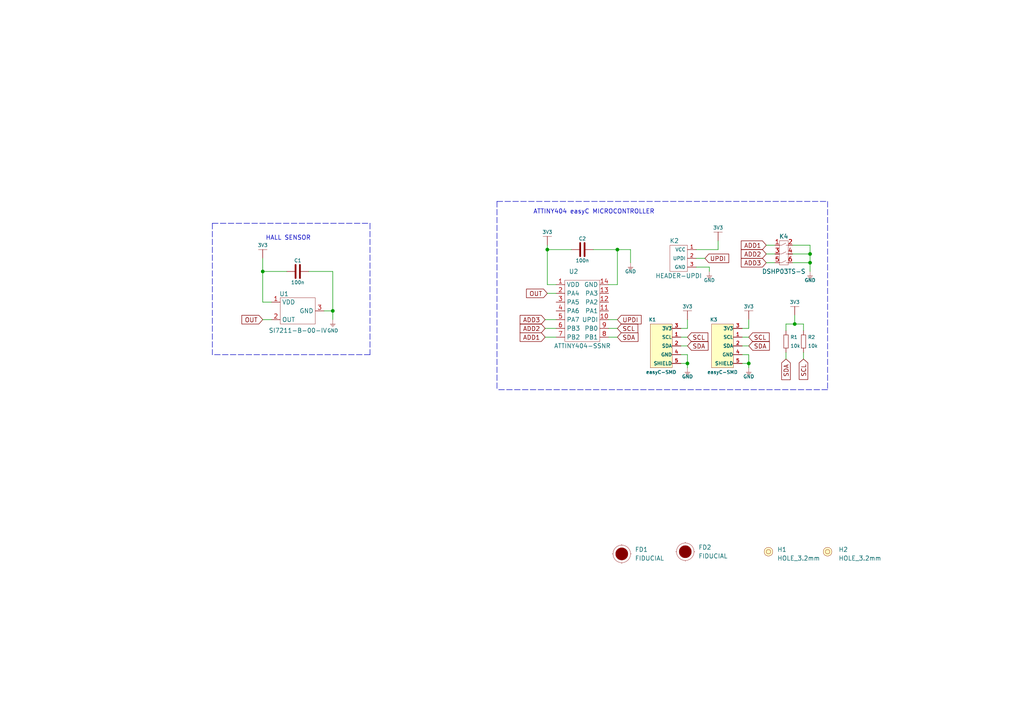
<source format=kicad_sch>
(kicad_sch (version 20211123) (generator eeschema)

  (uuid e327b338-5265-4d09-a850-0d5ed05f8c67)

  (paper "A4")

  (title_block
    (title "Hall efffect sensor analog easyC")
    (date "2021-09-01")
    (rev "V1.1.1.")
    (company "SOLDERED")
    (comment 1 "333082")
  )

  (lib_symbols
    (symbol "e-radionica.com schematics:0603C" (pin_numbers hide) (pin_names (offset 0.002)) (in_bom yes) (on_board yes)
      (property "Reference" "C" (id 0) (at -0.635 3.175 0)
        (effects (font (size 1 1)))
      )
      (property "Value" "0603C" (id 1) (at 0 -3.175 0)
        (effects (font (size 1 1)))
      )
      (property "Footprint" "e-radionica.com footprinti:0603C" (id 2) (at 0 0 0)
        (effects (font (size 1 1)) hide)
      )
      (property "Datasheet" "" (id 3) (at 0 0 0)
        (effects (font (size 1 1)) hide)
      )
      (symbol "0603C_0_1"
        (polyline
          (pts
            (xy -0.635 1.905)
            (xy -0.635 -1.905)
          )
          (stroke (width 0.5) (type default) (color 0 0 0 0))
          (fill (type none))
        )
        (polyline
          (pts
            (xy 0.635 1.905)
            (xy 0.635 -1.905)
          )
          (stroke (width 0.5) (type default) (color 0 0 0 0))
          (fill (type none))
        )
      )
      (symbol "0603C_1_1"
        (pin passive line (at -3.175 0 0) (length 2.54)
          (name "~" (effects (font (size 1.27 1.27))))
          (number "1" (effects (font (size 1.27 1.27))))
        )
        (pin passive line (at 3.175 0 180) (length 2.54)
          (name "~" (effects (font (size 1.27 1.27))))
          (number "2" (effects (font (size 1.27 1.27))))
        )
      )
    )
    (symbol "e-radionica.com schematics:0603R" (pin_numbers hide) (pin_names (offset 0.254)) (in_bom yes) (on_board yes)
      (property "Reference" "R" (id 0) (at -1.905 1.905 0)
        (effects (font (size 1 1)))
      )
      (property "Value" "0603R" (id 1) (at 0 -1.905 0)
        (effects (font (size 1 1)))
      )
      (property "Footprint" "e-radionica.com footprinti:0603R" (id 2) (at -0.635 1.905 0)
        (effects (font (size 1 1)) hide)
      )
      (property "Datasheet" "" (id 3) (at -0.635 1.905 0)
        (effects (font (size 1 1)) hide)
      )
      (symbol "0603R_0_1"
        (rectangle (start -1.905 -0.635) (end 1.905 -0.6604)
          (stroke (width 0.1) (type default) (color 0 0 0 0))
          (fill (type none))
        )
        (rectangle (start -1.905 0.635) (end -1.8796 -0.635)
          (stroke (width 0.1) (type default) (color 0 0 0 0))
          (fill (type none))
        )
        (rectangle (start -1.905 0.635) (end 1.905 0.6096)
          (stroke (width 0.1) (type default) (color 0 0 0 0))
          (fill (type none))
        )
        (rectangle (start 1.905 0.635) (end 1.9304 -0.635)
          (stroke (width 0.1) (type default) (color 0 0 0 0))
          (fill (type none))
        )
      )
      (symbol "0603R_1_1"
        (pin passive line (at -3.175 0 0) (length 1.27)
          (name "~" (effects (font (size 1.27 1.27))))
          (number "1" (effects (font (size 1.27 1.27))))
        )
        (pin passive line (at 3.175 0 180) (length 1.27)
          (name "~" (effects (font (size 1.27 1.27))))
          (number "2" (effects (font (size 1.27 1.27))))
        )
      )
    )
    (symbol "e-radionica.com schematics:3V3" (power) (pin_names (offset 0)) (in_bom yes) (on_board yes)
      (property "Reference" "#PWR" (id 0) (at 4.445 0 0)
        (effects (font (size 1 1)) hide)
      )
      (property "Value" "3V3" (id 1) (at 0 3.556 0)
        (effects (font (size 1 1)))
      )
      (property "Footprint" "" (id 2) (at 4.445 3.81 0)
        (effects (font (size 1 1)) hide)
      )
      (property "Datasheet" "" (id 3) (at 4.445 3.81 0)
        (effects (font (size 1 1)) hide)
      )
      (property "ki_keywords" "power-flag" (id 4) (at 0 0 0)
        (effects (font (size 1.27 1.27)) hide)
      )
      (property "ki_description" "Power symbol creates a global label with name \"+3V3\"" (id 5) (at 0 0 0)
        (effects (font (size 1.27 1.27)) hide)
      )
      (symbol "3V3_0_1"
        (polyline
          (pts
            (xy -1.27 2.54)
            (xy 1.27 2.54)
          )
          (stroke (width 0.0006) (type default) (color 0 0 0 0))
          (fill (type none))
        )
        (polyline
          (pts
            (xy 0 0)
            (xy 0 2.54)
          )
          (stroke (width 0) (type default) (color 0 0 0 0))
          (fill (type none))
        )
      )
      (symbol "3V3_1_1"
        (pin power_in line (at 0 0 90) (length 0) hide
          (name "3V3" (effects (font (size 1.27 1.27))))
          (number "1" (effects (font (size 1.27 1.27))))
        )
      )
    )
    (symbol "e-radionica.com schematics:ATTINY404-SSNR" (in_bom yes) (on_board yes)
      (property "Reference" "U" (id 0) (at -5.08 10.16 0)
        (effects (font (size 1.27 1.27)))
      )
      (property "Value" "ATTINY404-SSNR" (id 1) (at 0 -10.16 0)
        (effects (font (size 1.27 1.27)))
      )
      (property "Footprint" "e-radionica.com footprinti:SOIC-14" (id 2) (at 0 -11.43 0)
        (effects (font (size 1.27 1.27)) hide)
      )
      (property "Datasheet" "" (id 3) (at 0 -2.54 0)
        (effects (font (size 1.27 1.27)) hide)
      )
      (symbol "ATTINY404-SSNR_0_1"
        (rectangle (start -5.08 8.89) (end 5.08 -8.89)
          (stroke (width 0.0006) (type default) (color 0 0 0 0))
          (fill (type none))
        )
      )
      (symbol "ATTINY404-SSNR_1_1"
        (pin power_in line (at -7.62 7.62 0) (length 2.54)
          (name "VDD" (effects (font (size 1.27 1.27))))
          (number "1" (effects (font (size 1.27 1.27))))
        )
        (pin bidirectional line (at 7.62 -2.54 180) (length 2.54)
          (name "UPDI" (effects (font (size 1.27 1.27))))
          (number "10" (effects (font (size 1.27 1.27))))
        )
        (pin bidirectional line (at 7.62 0 180) (length 2.54)
          (name "PA1" (effects (font (size 1.27 1.27))))
          (number "11" (effects (font (size 1.27 1.27))))
        )
        (pin bidirectional line (at 7.62 2.54 180) (length 2.54)
          (name "PA2" (effects (font (size 1.27 1.27))))
          (number "12" (effects (font (size 1.27 1.27))))
        )
        (pin bidirectional line (at 7.62 5.08 180) (length 2.54)
          (name "PA3" (effects (font (size 1.27 1.27))))
          (number "13" (effects (font (size 1.27 1.27))))
        )
        (pin power_in line (at 7.62 7.62 180) (length 2.54)
          (name "GND" (effects (font (size 1.27 1.27))))
          (number "14" (effects (font (size 1.27 1.27))))
        )
        (pin bidirectional line (at -7.62 5.08 0) (length 2.54)
          (name "PA4" (effects (font (size 1.27 1.27))))
          (number "2" (effects (font (size 1.27 1.27))))
        )
        (pin bidirectional line (at -7.62 2.54 0) (length 2.54)
          (name "PA5" (effects (font (size 1.27 1.27))))
          (number "3" (effects (font (size 1.27 1.27))))
        )
        (pin bidirectional line (at -7.62 0 0) (length 2.54)
          (name "PA6" (effects (font (size 1.27 1.27))))
          (number "4" (effects (font (size 1.27 1.27))))
        )
        (pin bidirectional line (at -7.62 -2.54 0) (length 2.54)
          (name "PA7" (effects (font (size 1.27 1.27))))
          (number "5" (effects (font (size 1.27 1.27))))
        )
        (pin bidirectional line (at -7.62 -5.08 0) (length 2.54)
          (name "PB3" (effects (font (size 1.27 1.27))))
          (number "6" (effects (font (size 1.27 1.27))))
        )
        (pin bidirectional line (at -7.62 -7.62 0) (length 2.54)
          (name "PB2" (effects (font (size 1.27 1.27))))
          (number "7" (effects (font (size 1.27 1.27))))
        )
        (pin bidirectional line (at 7.62 -7.62 180) (length 2.54)
          (name "PB1" (effects (font (size 1.27 1.27))))
          (number "8" (effects (font (size 1.27 1.27))))
        )
        (pin bidirectional line (at 7.62 -5.08 180) (length 2.54)
          (name "PB0" (effects (font (size 1.27 1.27))))
          (number "9" (effects (font (size 1.27 1.27))))
        )
      )
    )
    (symbol "e-radionica.com schematics:DSHP03TS-S" (in_bom yes) (on_board yes)
      (property "Reference" "K" (id 0) (at 0 5.08 0)
        (effects (font (size 1.27 1.27)))
      )
      (property "Value" "DSHP03TS-S" (id 1) (at 0 -5.08 0)
        (effects (font (size 1.27 1.27)))
      )
      (property "Footprint" "e-radionica.com footprinti:DSHP03TS-S" (id 2) (at -1.27 -7.62 0)
        (effects (font (size 1.27 1.27)) hide)
      )
      (property "Datasheet" "" (id 3) (at 0 0 0)
        (effects (font (size 1.27 1.27)) hide)
      )
      (property "ki_keywords" "DIP SW SWITCH " (id 4) (at 0 0 0)
        (effects (font (size 1.27 1.27)) hide)
      )
      (symbol "DSHP03TS-S_0_1"
        (rectangle (start -1.27 3.81) (end 1.27 -3.175)
          (stroke (width 0.0006) (type default) (color 0 0 0 0))
          (fill (type none))
        )
        (polyline
          (pts
            (xy 1.27 -2.54)
            (xy 0.635 -2.54)
          )
          (stroke (width 0.0006) (type default) (color 0 0 0 0))
          (fill (type none))
        )
        (polyline
          (pts
            (xy 1.27 0)
            (xy 0.635 0)
          )
          (stroke (width 0.0006) (type default) (color 0 0 0 0))
          (fill (type none))
        )
        (polyline
          (pts
            (xy 1.27 2.54)
            (xy 0.635 2.54)
          )
          (stroke (width 0.0006) (type default) (color 0 0 0 0))
          (fill (type none))
        )
        (polyline
          (pts
            (xy -1.27 -2.54)
            (xy -0.635 -2.54)
            (xy 0.635 -1.905)
          )
          (stroke (width 0.0006) (type default) (color 0 0 0 0))
          (fill (type none))
        )
        (polyline
          (pts
            (xy -1.27 0)
            (xy -0.635 0)
            (xy 0.635 0.635)
          )
          (stroke (width 0.0006) (type default) (color 0 0 0 0))
          (fill (type none))
        )
        (polyline
          (pts
            (xy -1.27 2.54)
            (xy -0.635 2.54)
            (xy 0.635 3.175)
          )
          (stroke (width 0.0006) (type default) (color 0 0 0 0))
          (fill (type none))
        )
      )
      (symbol "DSHP03TS-S_1_1"
        (pin bidirectional line (at -2.54 2.54 0) (length 1.27)
          (name "~" (effects (font (size 1.27 1.27))))
          (number "1" (effects (font (size 1.27 1.27))))
        )
        (pin bidirectional line (at 2.54 2.54 180) (length 1.27)
          (name "~" (effects (font (size 1.27 1.27))))
          (number "2" (effects (font (size 1.27 1.27))))
        )
        (pin bidirectional line (at -2.54 0 0) (length 1.27)
          (name "~" (effects (font (size 1.27 1.27))))
          (number "3" (effects (font (size 1.27 1.27))))
        )
        (pin bidirectional line (at 2.54 0 180) (length 1.27)
          (name "~" (effects (font (size 1.27 1.27))))
          (number "4" (effects (font (size 1.27 1.27))))
        )
        (pin bidirectional line (at -2.54 -2.54 0) (length 1.27)
          (name "~" (effects (font (size 1.27 1.27))))
          (number "5" (effects (font (size 1.27 1.27))))
        )
        (pin bidirectional line (at 2.54 -2.54 180) (length 1.27)
          (name "~" (effects (font (size 1.27 1.27))))
          (number "6" (effects (font (size 1.27 1.27))))
        )
      )
    )
    (symbol "e-radionica.com schematics:FIDUCIAL" (in_bom yes) (on_board yes)
      (property "Reference" "FD" (id 0) (at 0 3.81 0)
        (effects (font (size 1.27 1.27)))
      )
      (property "Value" "FIDUCIAL" (id 1) (at 0 -3.81 0)
        (effects (font (size 1.27 1.27)))
      )
      (property "Footprint" "e-radionica.com footprinti:FIDUCIAL_23" (id 2) (at 0.254 -5.334 0)
        (effects (font (size 1.27 1.27)) hide)
      )
      (property "Datasheet" "" (id 3) (at 0 0 0)
        (effects (font (size 1.27 1.27)) hide)
      )
      (symbol "FIDUCIAL_0_1"
        (polyline
          (pts
            (xy -2.54 0)
            (xy -2.794 0)
          )
          (stroke (width 0.0006) (type default) (color 0 0 0 0))
          (fill (type none))
        )
        (polyline
          (pts
            (xy 0 -2.54)
            (xy 0 -2.794)
          )
          (stroke (width 0.0006) (type default) (color 0 0 0 0))
          (fill (type none))
        )
        (polyline
          (pts
            (xy 0 2.54)
            (xy 0 2.794)
          )
          (stroke (width 0.0006) (type default) (color 0 0 0 0))
          (fill (type none))
        )
        (polyline
          (pts
            (xy 2.54 0)
            (xy 2.794 0)
          )
          (stroke (width 0.0006) (type default) (color 0 0 0 0))
          (fill (type none))
        )
        (circle (center 0 0) (radius 1.7961)
          (stroke (width 0.001) (type default) (color 0 0 0 0))
          (fill (type outline))
        )
        (circle (center 0 0) (radius 2.54)
          (stroke (width 0.0006) (type default) (color 0 0 0 0))
          (fill (type none))
        )
      )
    )
    (symbol "e-radionica.com schematics:GND" (power) (pin_names (offset 0)) (in_bom yes) (on_board yes)
      (property "Reference" "#PWR" (id 0) (at 4.445 0 0)
        (effects (font (size 1 1)) hide)
      )
      (property "Value" "GND" (id 1) (at 0 -2.921 0)
        (effects (font (size 1 1)))
      )
      (property "Footprint" "" (id 2) (at 4.445 3.81 0)
        (effects (font (size 1 1)) hide)
      )
      (property "Datasheet" "" (id 3) (at 4.445 3.81 0)
        (effects (font (size 1 1)) hide)
      )
      (property "ki_keywords" "power-flag" (id 4) (at 0 0 0)
        (effects (font (size 1.27 1.27)) hide)
      )
      (property "ki_description" "Power symbol creates a global label with name \"+3V3\"" (id 5) (at 0 0 0)
        (effects (font (size 1.27 1.27)) hide)
      )
      (symbol "GND_0_1"
        (polyline
          (pts
            (xy -0.762 -1.27)
            (xy 0.762 -1.27)
          )
          (stroke (width 0.0006) (type default) (color 0 0 0 0))
          (fill (type none))
        )
        (polyline
          (pts
            (xy -0.635 -1.524)
            (xy 0.635 -1.524)
          )
          (stroke (width 0.0006) (type default) (color 0 0 0 0))
          (fill (type none))
        )
        (polyline
          (pts
            (xy -0.381 -1.778)
            (xy 0.381 -1.778)
          )
          (stroke (width 0.0006) (type default) (color 0 0 0 0))
          (fill (type none))
        )
        (polyline
          (pts
            (xy -0.127 -2.032)
            (xy 0.127 -2.032)
          )
          (stroke (width 0.0006) (type default) (color 0 0 0 0))
          (fill (type none))
        )
        (polyline
          (pts
            (xy 0 0)
            (xy 0 -1.27)
          )
          (stroke (width 0.0006) (type default) (color 0 0 0 0))
          (fill (type none))
        )
      )
      (symbol "GND_1_1"
        (pin power_in line (at 0 0 270) (length 0) hide
          (name "GND" (effects (font (size 1.27 1.27))))
          (number "1" (effects (font (size 1.27 1.27))))
        )
      )
    )
    (symbol "e-radionica.com schematics:HEADER-UPDI" (in_bom yes) (on_board yes)
      (property "Reference" "K" (id 0) (at -1.27 5.08 0)
        (effects (font (size 1.27 1.27)))
      )
      (property "Value" "HEADER-UPDI" (id 1) (at 0 -5.08 0)
        (effects (font (size 1.27 1.27)))
      )
      (property "Footprint" "e-radionica.com footprinti:HEADER-UPDI" (id 2) (at 2.54 -7.62 0)
        (effects (font (size 1.27 1.27)) hide)
      )
      (property "Datasheet" "" (id 3) (at 2.54 0 0)
        (effects (font (size 1.27 1.27)) hide)
      )
      (symbol "HEADER-UPDI_0_1"
        (rectangle (start -2.54 3.81) (end 2.54 -3.81)
          (stroke (width 0.0006) (type default) (color 0 0 0 0))
          (fill (type none))
        )
      )
      (symbol "HEADER-UPDI_1_1"
        (pin power_in line (at 5.08 2.54 180) (length 2.54)
          (name "VCC" (effects (font (size 1 1))))
          (number "1" (effects (font (size 1 1))))
        )
        (pin bidirectional line (at 5.08 0 180) (length 2.54)
          (name "UPDI" (effects (font (size 1 1))))
          (number "2" (effects (font (size 1 1))))
        )
        (pin power_in line (at 5.08 -2.54 180) (length 2.54)
          (name "GND" (effects (font (size 1 1))))
          (number "3" (effects (font (size 1 1))))
        )
      )
    )
    (symbol "e-radionica.com schematics:HOLE_3.2mm" (pin_numbers hide) (pin_names hide) (in_bom yes) (on_board yes)
      (property "Reference" "H" (id 0) (at 0 2.54 0)
        (effects (font (size 1.27 1.27)))
      )
      (property "Value" "HOLE_3.2mm" (id 1) (at 0 -2.54 0)
        (effects (font (size 1.27 1.27)))
      )
      (property "Footprint" "e-radionica.com footprinti:HOLE_3.2mm" (id 2) (at 0 0 0)
        (effects (font (size 1.27 1.27)) hide)
      )
      (property "Datasheet" "" (id 3) (at 0 0 0)
        (effects (font (size 1.27 1.27)) hide)
      )
      (symbol "HOLE_3.2mm_0_1"
        (circle (center 0 0) (radius 0.635)
          (stroke (width 0.0006) (type default) (color 0 0 0 0))
          (fill (type none))
        )
        (circle (center 0 0) (radius 1.27)
          (stroke (width 0.001) (type default) (color 0 0 0 0))
          (fill (type background))
        )
      )
    )
    (symbol "e-radionica.com schematics:SI7201-B-06-IV" (in_bom yes) (on_board yes)
      (property "Reference" "U" (id 0) (at -3.81 5.08 0)
        (effects (font (size 1.27 1.27)))
      )
      (property "Value" "SI7201-B-06-IV" (id 1) (at 0 -5.08 0)
        (effects (font (size 1.27 1.27)))
      )
      (property "Footprint" "e-radionica.com footprinti:SOT-23-3" (id 2) (at 0 -7.62 0)
        (effects (font (size 1.27 1.27)) hide)
      )
      (property "Datasheet" "" (id 3) (at 0 0 0)
        (effects (font (size 1.27 1.27)) hide)
      )
      (symbol "SI7201-B-06-IV_0_1"
        (rectangle (start -5.08 3.81) (end 5.08 -3.81)
          (stroke (width 0.0006) (type default) (color 0 0 0 0))
          (fill (type none))
        )
      )
      (symbol "SI7201-B-06-IV_1_1"
        (pin power_in line (at -7.62 2.54 0) (length 2.54)
          (name "VDD" (effects (font (size 1.27 1.27))))
          (number "1" (effects (font (size 1.27 1.27))))
        )
        (pin output line (at -7.62 -2.54 0) (length 2.54)
          (name "OUT" (effects (font (size 1.27 1.27))))
          (number "2" (effects (font (size 1.27 1.27))))
        )
        (pin power_in line (at 7.62 0 180) (length 2.54)
          (name "GND" (effects (font (size 1.27 1.27))))
          (number "3" (effects (font (size 1.27 1.27))))
        )
      )
    )
    (symbol "e-radionica.com schematics:easyC-SMD" (pin_names (offset 0.002)) (in_bom yes) (on_board yes)
      (property "Reference" "K" (id 0) (at -2.54 10.16 0)
        (effects (font (size 1 1)))
      )
      (property "Value" "easyC-SMD" (id 1) (at 0 -5.08 0)
        (effects (font (size 1 1)))
      )
      (property "Footprint" "e-radionica.com footprinti:easyC-connector" (id 2) (at 3.175 2.54 0)
        (effects (font (size 1 1)) hide)
      )
      (property "Datasheet" "" (id 3) (at 3.175 2.54 0)
        (effects (font (size 1 1)) hide)
      )
      (symbol "easyC-SMD_0_1"
        (rectangle (start -3.175 8.89) (end 3.175 -3.81)
          (stroke (width 0.001) (type default) (color 0 0 0 0))
          (fill (type background))
        )
      )
      (symbol "easyC-SMD_1_1"
        (pin passive line (at 5.715 5.08 180) (length 2.54)
          (name "SCL" (effects (font (size 1 1))))
          (number "1" (effects (font (size 1 1))))
        )
        (pin passive line (at 5.715 2.54 180) (length 2.54)
          (name "SDA" (effects (font (size 1 1))))
          (number "2" (effects (font (size 1 1))))
        )
        (pin passive line (at 5.715 7.62 180) (length 2.54)
          (name "3V3" (effects (font (size 1 1))))
          (number "3" (effects (font (size 1 1))))
        )
        (pin passive line (at 5.715 0 180) (length 2.54)
          (name "GND" (effects (font (size 1 1))))
          (number "4" (effects (font (size 1 1))))
        )
        (pin passive line (at 5.715 -2.54 180) (length 2.54)
          (name "SHIELD" (effects (font (size 1 1))))
          (number "5" (effects (font (size 1 1))))
        )
      )
    )
  )

  (junction (at 199.39 105.41) (diameter 0.9144) (color 0 0 0 0)
    (uuid 1e8701fc-ad24-40ea-846a-e3db538d6077)
  )
  (junction (at 179.07 72.39) (diameter 0.9144) (color 0 0 0 0)
    (uuid 25d545dc-8f50-4573-922c-35ef5a2a3a19)
  )
  (junction (at 234.95 76.2) (diameter 0.9144) (color 0 0 0 0)
    (uuid 40976bf0-19de-460f-ad64-224d4f51e16b)
  )
  (junction (at 234.95 73.66) (diameter 0.9144) (color 0 0 0 0)
    (uuid 8c514922-ffe1-4e37-a260-e807409f2e0d)
  )
  (junction (at 76.2 78.74) (diameter 0.9144) (color 0 0 0 0)
    (uuid aca4de92-9c41-4c2b-9afa-540d02dafa1c)
  )
  (junction (at 230.505 93.98) (diameter 0.9144) (color 0 0 0 0)
    (uuid c25a772d-af9c-4ebc-96f6-0966738c13a8)
  )
  (junction (at 96.52 90.17) (diameter 0.9144) (color 0 0 0 0)
    (uuid c43663ee-9a0d-4f27-a292-89ba89964065)
  )
  (junction (at 158.75 72.39) (diameter 0.9144) (color 0 0 0 0)
    (uuid c830e3bc-dc64-4f65-8f47-3b106bae2807)
  )
  (junction (at 217.17 105.41) (diameter 0.9144) (color 0 0 0 0)
    (uuid d5641ac9-9be7-46bf-90b3-6c83d852b5ba)
  )

  (polyline (pts (xy 240.03 58.42) (xy 240.03 113.03))
    (stroke (width 0) (type dash) (color 0 0 0 0))
    (uuid 023c4b84-d396-45e9-9a87-56c8eef38fb1)
  )

  (wire (pts (xy 229.87 73.66) (xy 234.95 73.66))
    (stroke (width 0) (type solid) (color 0 0 0 0))
    (uuid 08bb12ef-391e-42fc-aa38-653f2f72f4af)
  )
  (wire (pts (xy 229.87 71.12) (xy 234.95 71.12))
    (stroke (width 0) (type solid) (color 0 0 0 0))
    (uuid 0c75d785-d4cb-4339-be41-818a12eed565)
  )
  (wire (pts (xy 197.485 95.25) (xy 199.39 95.25))
    (stroke (width 0) (type solid) (color 0 0 0 0))
    (uuid 0e06e9d7-c6d7-4d37-9366-998ecfaf96bb)
  )
  (wire (pts (xy 197.485 100.33) (xy 199.39 100.33))
    (stroke (width 0) (type solid) (color 0 0 0 0))
    (uuid 12101f7b-a670-446e-808d-a6b6ad30b51e)
  )
  (wire (pts (xy 199.39 95.25) (xy 199.39 92.71))
    (stroke (width 0) (type solid) (color 0 0 0 0))
    (uuid 12a4b794-91d9-45d6-9c6c-45970ab34653)
  )
  (wire (pts (xy 165.735 72.39) (xy 158.75 72.39))
    (stroke (width 0) (type solid) (color 0 0 0 0))
    (uuid 144406ff-481e-4305-81eb-112f2910ea82)
  )
  (wire (pts (xy 205.74 77.47) (xy 205.74 78.74))
    (stroke (width 0) (type solid) (color 0 0 0 0))
    (uuid 15b6407c-845c-40ca-beda-defe98cc4527)
  )
  (wire (pts (xy 93.98 90.17) (xy 96.52 90.17))
    (stroke (width 0) (type solid) (color 0 0 0 0))
    (uuid 1a4a9cfa-826b-4905-bcc8-1cd77e7b7b37)
  )
  (wire (pts (xy 76.2 87.63) (xy 78.74 87.63))
    (stroke (width 0) (type solid) (color 0 0 0 0))
    (uuid 1a4ce181-3b83-4d81-8fa7-08d19c1dab6d)
  )
  (wire (pts (xy 76.2 74.93) (xy 76.2 78.74))
    (stroke (width 0) (type solid) (color 0 0 0 0))
    (uuid 1a7f67b9-4fa4-426f-9daa-2ac6e3c08597)
  )
  (wire (pts (xy 227.965 93.98) (xy 230.505 93.98))
    (stroke (width 0) (type solid) (color 0 0 0 0))
    (uuid 1ac3034e-d864-4cd4-840c-37183de7a51a)
  )
  (wire (pts (xy 76.2 78.74) (xy 76.2 87.63))
    (stroke (width 0) (type solid) (color 0 0 0 0))
    (uuid 1c8e1f01-19b8-4776-9daa-170afe3aad74)
  )
  (wire (pts (xy 197.485 105.41) (xy 199.39 105.41))
    (stroke (width 0) (type solid) (color 0 0 0 0))
    (uuid 249bf6f0-4abe-4244-8e91-53fb99578997)
  )
  (wire (pts (xy 158.75 82.55) (xy 158.75 72.39))
    (stroke (width 0) (type solid) (color 0 0 0 0))
    (uuid 268b88b3-1e67-478a-ae92-146b2db56c01)
  )
  (wire (pts (xy 96.52 90.17) (xy 96.52 92.71))
    (stroke (width 0) (type solid) (color 0 0 0 0))
    (uuid 27657981-07a4-4015-9b45-8cfe244ba329)
  )
  (wire (pts (xy 161.29 82.55) (xy 158.75 82.55))
    (stroke (width 0) (type solid) (color 0 0 0 0))
    (uuid 2c1aebe3-119d-4de8-82f6-e038a5a2726b)
  )
  (wire (pts (xy 229.87 76.2) (xy 234.95 76.2))
    (stroke (width 0) (type solid) (color 0 0 0 0))
    (uuid 31059583-e961-47cf-b51f-13dbad0391d5)
  )
  (wire (pts (xy 233.045 93.98) (xy 230.505 93.98))
    (stroke (width 0) (type solid) (color 0 0 0 0))
    (uuid 3915cac6-7715-419f-a062-6983bb44fc39)
  )
  (wire (pts (xy 217.17 102.87) (xy 217.17 105.41))
    (stroke (width 0) (type solid) (color 0 0 0 0))
    (uuid 3b2c1ef1-aa05-43da-9f20-faa92613f2e9)
  )
  (polyline (pts (xy 61.595 64.77) (xy 107.315 64.77))
    (stroke (width 0) (type dash) (color 0 0 0 0))
    (uuid 3b3b0bfc-b503-44a3-94b1-270b1888bc04)
  )

  (wire (pts (xy 215.265 95.25) (xy 217.17 95.25))
    (stroke (width 0) (type solid) (color 0 0 0 0))
    (uuid 3c878b90-378b-49b9-8e9d-3f9e598bfebd)
  )
  (wire (pts (xy 158.115 95.25) (xy 161.29 95.25))
    (stroke (width 0) (type solid) (color 0 0 0 0))
    (uuid 3d31ed68-56ab-4f51-a50b-f7b9561bfd9c)
  )
  (wire (pts (xy 76.2 92.71) (xy 78.74 92.71))
    (stroke (width 0) (type solid) (color 0 0 0 0))
    (uuid 4768edf6-521b-4e25-8f2f-675989069440)
  )
  (wire (pts (xy 89.535 78.74) (xy 96.52 78.74))
    (stroke (width 0) (type solid) (color 0 0 0 0))
    (uuid 52f679b5-23d9-41bc-84a8-bdc05430816b)
  )
  (wire (pts (xy 222.25 71.12) (xy 224.79 71.12))
    (stroke (width 0) (type solid) (color 0 0 0 0))
    (uuid 59904bb4-ec38-4d54-8f3b-99b467823271)
  )
  (polyline (pts (xy 240.03 113.03) (xy 144.145 113.03))
    (stroke (width 0) (type dash) (color 0 0 0 0))
    (uuid 5b5b09e3-2a8d-43b1-a0c4-400e589151cf)
  )

  (wire (pts (xy 215.265 102.87) (xy 217.17 102.87))
    (stroke (width 0) (type solid) (color 0 0 0 0))
    (uuid 5d7f6844-a02a-49ac-b8a0-d1f3f3fcc04e)
  )
  (polyline (pts (xy 144.145 58.42) (xy 240.03 58.42))
    (stroke (width 0) (type dash) (color 0 0 0 0))
    (uuid 5ff5d7dc-2c81-492b-a053-e94d1b48808e)
  )

  (wire (pts (xy 201.93 72.39) (xy 208.28 72.39))
    (stroke (width 0) (type solid) (color 0 0 0 0))
    (uuid 616260ba-ede9-4ceb-9963-884262be1d2c)
  )
  (wire (pts (xy 179.07 72.39) (xy 182.88 72.39))
    (stroke (width 0) (type solid) (color 0 0 0 0))
    (uuid 62df0470-441d-4e30-b5e0-5f52ea07096e)
  )
  (wire (pts (xy 217.17 105.41) (xy 217.17 106.68))
    (stroke (width 0) (type solid) (color 0 0 0 0))
    (uuid 64eab798-4db6-4f04-9c69-c02465f18d47)
  )
  (wire (pts (xy 197.485 102.87) (xy 199.39 102.87))
    (stroke (width 0) (type solid) (color 0 0 0 0))
    (uuid 68fd99c6-0d5a-445c-9ea6-518e4e3390df)
  )
  (wire (pts (xy 176.53 97.79) (xy 179.07 97.79))
    (stroke (width 0) (type solid) (color 0 0 0 0))
    (uuid 6badec8b-bbdf-4dc8-97ef-6ff0e1d52a4c)
  )
  (wire (pts (xy 227.965 102.235) (xy 227.965 104.14))
    (stroke (width 0) (type solid) (color 0 0 0 0))
    (uuid 70ad3f83-7372-4e5d-a1f2-d8ac38a43503)
  )
  (wire (pts (xy 96.52 78.74) (xy 96.52 90.17))
    (stroke (width 0) (type solid) (color 0 0 0 0))
    (uuid 78998b7b-f864-4b37-a538-9cbacf78077d)
  )
  (wire (pts (xy 234.95 76.2) (xy 234.95 78.74))
    (stroke (width 0) (type solid) (color 0 0 0 0))
    (uuid 78b29a62-d243-434c-9258-00bc6fdf6e0f)
  )
  (wire (pts (xy 172.085 72.39) (xy 179.07 72.39))
    (stroke (width 0) (type solid) (color 0 0 0 0))
    (uuid 799d3959-c5cf-42a9-aa8d-dbe0e7926763)
  )
  (wire (pts (xy 199.39 105.41) (xy 199.39 106.68))
    (stroke (width 0) (type solid) (color 0 0 0 0))
    (uuid 7ade7575-3b44-4ff3-b55d-743eceeca08b)
  )
  (wire (pts (xy 176.53 92.71) (xy 179.07 92.71))
    (stroke (width 0) (type solid) (color 0 0 0 0))
    (uuid 7c688fdc-174a-474b-9ccc-d5d65992a609)
  )
  (wire (pts (xy 179.07 72.39) (xy 179.07 82.55))
    (stroke (width 0) (type solid) (color 0 0 0 0))
    (uuid 7cad1e66-1d9d-4a11-945a-6ea6d2329156)
  )
  (polyline (pts (xy 107.315 64.77) (xy 107.315 102.87))
    (stroke (width 0) (type dash) (color 0 0 0 0))
    (uuid 7cbd7204-ff55-40cd-874b-961d393ecec2)
  )

  (wire (pts (xy 76.2 78.74) (xy 83.185 78.74))
    (stroke (width 0) (type solid) (color 0 0 0 0))
    (uuid 82a23b26-a270-47d5-87c8-fd37f91afe5d)
  )
  (polyline (pts (xy 61.595 64.77) (xy 61.595 102.87))
    (stroke (width 0) (type dash) (color 0 0 0 0))
    (uuid 917a686b-d1fe-4408-9c0b-fa3592ca873e)
  )

  (wire (pts (xy 234.95 71.12) (xy 234.95 73.66))
    (stroke (width 0) (type solid) (color 0 0 0 0))
    (uuid 95c58264-bee4-47d1-89f1-1bc06b3bf0d9)
  )
  (wire (pts (xy 227.965 95.885) (xy 227.965 93.98))
    (stroke (width 0) (type solid) (color 0 0 0 0))
    (uuid a4d354e7-355f-440e-9f77-19810b8a8703)
  )
  (wire (pts (xy 217.17 95.25) (xy 217.17 92.71))
    (stroke (width 0) (type solid) (color 0 0 0 0))
    (uuid ab2aef4e-221e-4d7b-b69a-f12708b649f8)
  )
  (wire (pts (xy 208.28 72.39) (xy 208.28 69.85))
    (stroke (width 0) (type solid) (color 0 0 0 0))
    (uuid ae6ec98c-88cb-4cf7-a54a-8770dcf587d9)
  )
  (wire (pts (xy 158.115 97.79) (xy 161.29 97.79))
    (stroke (width 0) (type solid) (color 0 0 0 0))
    (uuid af3cd21f-a9cd-4ea3-a951-5467f70c5741)
  )
  (polyline (pts (xy 107.315 102.87) (xy 61.595 102.87))
    (stroke (width 0) (type dash) (color 0 0 0 0))
    (uuid b069feb1-7fba-44ed-92a4-296d9cbb5344)
  )

  (wire (pts (xy 215.265 97.79) (xy 217.17 97.79))
    (stroke (width 0) (type solid) (color 0 0 0 0))
    (uuid b413a569-1cbb-4b71-bc1f-94cba4f9274d)
  )
  (wire (pts (xy 201.93 74.93) (xy 204.47 74.93))
    (stroke (width 0) (type solid) (color 0 0 0 0))
    (uuid b64fe833-a5e9-4652-bf8a-267fe874563e)
  )
  (wire (pts (xy 197.485 97.79) (xy 199.39 97.79))
    (stroke (width 0) (type solid) (color 0 0 0 0))
    (uuid bd1aac86-412a-4112-8683-75144f0899dc)
  )
  (wire (pts (xy 222.25 76.2) (xy 224.79 76.2))
    (stroke (width 0) (type solid) (color 0 0 0 0))
    (uuid c249ee5e-f9bd-47d7-99dc-450bf7b250ee)
  )
  (wire (pts (xy 215.265 105.41) (xy 217.17 105.41))
    (stroke (width 0) (type solid) (color 0 0 0 0))
    (uuid c6f3c1bd-3ed6-45ae-8c94-aae0e08e7116)
  )
  (wire (pts (xy 230.505 93.98) (xy 230.505 91.44))
    (stroke (width 0) (type solid) (color 0 0 0 0))
    (uuid c7f441fa-17f3-415b-9bec-eddd9f380a6a)
  )
  (wire (pts (xy 158.75 72.39) (xy 158.75 71.12))
    (stroke (width 0) (type solid) (color 0 0 0 0))
    (uuid ca49b7fc-f700-43a1-b839-e3e6f13f87d6)
  )
  (wire (pts (xy 182.88 72.39) (xy 182.88 76.2))
    (stroke (width 0) (type solid) (color 0 0 0 0))
    (uuid cda74dd8-6e85-4fda-ae18-a83536674f50)
  )
  (wire (pts (xy 222.25 73.66) (xy 224.79 73.66))
    (stroke (width 0) (type solid) (color 0 0 0 0))
    (uuid ce6ce318-7bfc-4883-b080-ab7ffaaba20d)
  )
  (wire (pts (xy 234.95 73.66) (xy 234.95 76.2))
    (stroke (width 0) (type solid) (color 0 0 0 0))
    (uuid ddab0b0f-54d8-455f-b991-c7c6ee20b648)
  )
  (wire (pts (xy 233.045 102.235) (xy 233.045 104.14))
    (stroke (width 0) (type solid) (color 0 0 0 0))
    (uuid e0c78633-7935-4ae3-89ad-23dc3c072709)
  )
  (wire (pts (xy 201.93 77.47) (xy 205.74 77.47))
    (stroke (width 0) (type solid) (color 0 0 0 0))
    (uuid e52bbffe-456b-45d3-abf5-08ba2b3ef4e8)
  )
  (wire (pts (xy 179.07 82.55) (xy 176.53 82.55))
    (stroke (width 0) (type solid) (color 0 0 0 0))
    (uuid e80b9aeb-5dd2-4abd-ac02-83dc77972377)
  )
  (wire (pts (xy 158.115 92.71) (xy 161.29 92.71))
    (stroke (width 0) (type solid) (color 0 0 0 0))
    (uuid eaff3c79-03dd-4c3a-aa64-0aa49d21d539)
  )
  (wire (pts (xy 215.265 100.33) (xy 217.17 100.33))
    (stroke (width 0) (type solid) (color 0 0 0 0))
    (uuid ec6625ed-36c7-44ff-b819-5b497fcb82ae)
  )
  (wire (pts (xy 176.53 95.25) (xy 179.07 95.25))
    (stroke (width 0) (type solid) (color 0 0 0 0))
    (uuid ed840fde-33a1-44f2-a1f0-e2b9e1cd03ad)
  )
  (wire (pts (xy 233.045 95.885) (xy 233.045 93.98))
    (stroke (width 0) (type solid) (color 0 0 0 0))
    (uuid ef5ae475-5493-428f-8e83-17f244319bf6)
  )
  (wire (pts (xy 199.39 102.87) (xy 199.39 105.41))
    (stroke (width 0) (type solid) (color 0 0 0 0))
    (uuid f67aa948-25ce-4d87-997d-f14cd6cba209)
  )
  (polyline (pts (xy 144.145 58.42) (xy 144.145 113.03))
    (stroke (width 0) (type dash) (color 0 0 0 0))
    (uuid f85a3056-fa91-41e9-b592-0aa2cb404e73)
  )

  (wire (pts (xy 158.75 85.09) (xy 161.29 85.09))
    (stroke (width 0) (type solid) (color 0 0 0 0))
    (uuid fa04a98d-a912-4165-a017-4d6e9d441d8d)
  )

  (text "HALL SENSOR" (at 90.17 69.85 180)
    (effects (font (size 1.27 1.27)) (justify right bottom))
    (uuid ae69e601-6350-4057-99d2-6a52dd246702)
  )
  (text "ATTINY404 easyC MICROCONTROLLER" (at 189.865 62.23 180)
    (effects (font (size 1.27 1.27)) (justify right bottom))
    (uuid ee4de9e6-55ae-47d8-91a8-a11ab578bae5)
  )

  (global_label "ADD1" (shape input) (at 222.25 71.12 180)
    (effects (font (size 1.27 1.27)) (justify right))
    (uuid 10b4230f-0d27-4bff-8de3-5944a225ef28)
    (property "Intersheet References" "${INTERSHEET_REFS}" (id 0) (at 213.4748 71.0406 0)
      (effects (font (size 1.27 1.27)) (justify right) hide)
    )
  )
  (global_label "SDA" (shape input) (at 227.965 104.14 270)
    (effects (font (size 1.27 1.27)) (justify right))
    (uuid 16156748-5c21-4955-8cdf-8f90762c3229)
    (property "Intersheet References" "${INTERSHEET_REFS}" (id 0) (at 227.8856 111.6452 90)
      (effects (font (size 1.27 1.27)) (justify right) hide)
    )
  )
  (global_label "SCL" (shape input) (at 179.07 95.25 0)
    (effects (font (size 1.27 1.27)) (justify left))
    (uuid 216367a4-c60c-4ade-8f2e-ffff76423674)
    (property "Intersheet References" "${INTERSHEET_REFS}" (id 0) (at 186.5147 95.1706 0)
      (effects (font (size 1.27 1.27)) (justify left) hide)
    )
  )
  (global_label "OUT" (shape input) (at 158.75 85.09 180)
    (effects (font (size 1.27 1.27)) (justify right))
    (uuid 3b76ee77-5f2d-4f16-93db-862f857454f5)
    (property "Intersheet References" "${INTERSHEET_REFS}" (id 0) (at 151.1843 85.0106 0)
      (effects (font (size 1.27 1.27)) (justify right) hide)
    )
  )
  (global_label "ADD1" (shape input) (at 158.115 97.79 180)
    (effects (font (size 1.27 1.27)) (justify right))
    (uuid 4f672dec-ed58-4987-b2af-77d00386a4c7)
    (property "Intersheet References" "${INTERSHEET_REFS}" (id 0) (at 149.3398 97.7106 0)
      (effects (font (size 1.27 1.27)) (justify right) hide)
    )
  )
  (global_label "ADD3" (shape input) (at 158.115 92.71 180)
    (effects (font (size 1.27 1.27)) (justify right))
    (uuid 50b9f34d-6b1b-4385-8a19-30fb4c091912)
    (property "Intersheet References" "${INTERSHEET_REFS}" (id 0) (at 149.3398 92.6306 0)
      (effects (font (size 1.27 1.27)) (justify right) hide)
    )
  )
  (global_label "ADD2" (shape input) (at 158.115 95.25 180)
    (effects (font (size 1.27 1.27)) (justify right))
    (uuid 53c1ada5-60b6-4c1e-8c92-8e193590c3e6)
    (property "Intersheet References" "${INTERSHEET_REFS}" (id 0) (at 149.3398 95.1706 0)
      (effects (font (size 1.27 1.27)) (justify right) hide)
    )
  )
  (global_label "SCL" (shape input) (at 199.39 97.79 0)
    (effects (font (size 1.27 1.27)) (justify left))
    (uuid 58f7c2ce-f0f1-4e91-b0d9-986073d0d9a7)
    (property "Intersheet References" "${INTERSHEET_REFS}" (id 0) (at 206.8347 97.7106 0)
      (effects (font (size 1.27 1.27)) (justify left) hide)
    )
  )
  (global_label "SDA" (shape input) (at 199.39 100.33 0)
    (effects (font (size 1.27 1.27)) (justify left))
    (uuid 87dce7ed-f233-49a9-92ec-d6c56b2fac80)
    (property "Intersheet References" "${INTERSHEET_REFS}" (id 0) (at 206.8952 100.2506 0)
      (effects (font (size 1.27 1.27)) (justify left) hide)
    )
  )
  (global_label "SCL" (shape input) (at 233.045 104.14 270)
    (effects (font (size 1.27 1.27)) (justify right))
    (uuid 8c98c751-eca6-49b1-be03-ce73e54b401f)
    (property "Intersheet References" "${INTERSHEET_REFS}" (id 0) (at 233.1244 111.5847 90)
      (effects (font (size 1.27 1.27)) (justify right) hide)
    )
  )
  (global_label "UPDI" (shape input) (at 179.07 92.71 0)
    (effects (font (size 1.27 1.27)) (justify left))
    (uuid 9ff22ee7-2ff4-4a78-9fe8-84674efd21f3)
    (property "Intersheet References" "${INTERSHEET_REFS}" (id 0) (at 187.4823 92.6306 0)
      (effects (font (size 1.27 1.27)) (justify left) hide)
    )
  )
  (global_label "SCL" (shape input) (at 217.17 97.79 0)
    (effects (font (size 1.27 1.27)) (justify left))
    (uuid b666cfc1-32f0-42ad-abd8-a3565397256b)
    (property "Intersheet References" "${INTERSHEET_REFS}" (id 0) (at 224.6147 97.7106 0)
      (effects (font (size 1.27 1.27)) (justify left) hide)
    )
  )
  (global_label "SDA" (shape input) (at 179.07 97.79 0)
    (effects (font (size 1.27 1.27)) (justify left))
    (uuid c45855e6-b418-4067-b523-64d40f398adc)
    (property "Intersheet References" "${INTERSHEET_REFS}" (id 0) (at 186.5752 97.8694 0)
      (effects (font (size 1.27 1.27)) (justify left) hide)
    )
  )
  (global_label "SDA" (shape input) (at 217.17 100.33 0)
    (effects (font (size 1.27 1.27)) (justify left))
    (uuid c7947db5-00ff-4f1c-b5bd-c86850ee065c)
    (property "Intersheet References" "${INTERSHEET_REFS}" (id 0) (at 224.6752 100.2506 0)
      (effects (font (size 1.27 1.27)) (justify left) hide)
    )
  )
  (global_label "ADD2" (shape input) (at 222.25 73.66 180)
    (effects (font (size 1.27 1.27)) (justify right))
    (uuid cd59b35c-0efb-41c6-95c8-a49718ba94c6)
    (property "Intersheet References" "${INTERSHEET_REFS}" (id 0) (at 213.4748 73.5806 0)
      (effects (font (size 1.27 1.27)) (justify right) hide)
    )
  )
  (global_label "OUT" (shape input) (at 76.2 92.71 180)
    (effects (font (size 1.27 1.27)) (justify right))
    (uuid da9cd49c-9dea-4305-ad40-20d35ac86c30)
    (property "Intersheet References" "${INTERSHEET_REFS}" (id 0) (at 68.6343 92.6306 0)
      (effects (font (size 1.27 1.27)) (justify right) hide)
    )
  )
  (global_label "ADD3" (shape input) (at 222.25 76.2 180)
    (effects (font (size 1.27 1.27)) (justify right))
    (uuid e6fc78c4-900d-4f3f-841b-fdc040af92bb)
    (property "Intersheet References" "${INTERSHEET_REFS}" (id 0) (at 213.4748 76.1206 0)
      (effects (font (size 1.27 1.27)) (justify right) hide)
    )
  )
  (global_label "UPDI" (shape input) (at 204.47 74.93 0)
    (effects (font (size 1.27 1.27)) (justify left))
    (uuid feb3ef34-045e-494b-81ab-057652f562df)
    (property "Intersheet References" "${INTERSHEET_REFS}" (id 0) (at 212.8823 74.8506 0)
      (effects (font (size 1.27 1.27)) (justify left) hide)
    )
  )

  (symbol (lib_id "e-radionica.com schematics:GND") (at 234.95 78.74 0) (unit 1)
    (in_bom yes) (on_board yes)
    (uuid 00dbd393-1815-4993-a51b-29c31c67dfe0)
    (property "Reference" "#PWR012" (id 0) (at 239.395 78.74 0)
      (effects (font (size 1 1)) hide)
    )
    (property "Value" "GND" (id 1) (at 234.95 81.28 0)
      (effects (font (size 1 1)))
    )
    (property "Footprint" "" (id 2) (at 239.395 74.93 0)
      (effects (font (size 1 1)) hide)
    )
    (property "Datasheet" "" (id 3) (at 239.395 74.93 0)
      (effects (font (size 1 1)) hide)
    )
    (pin "1" (uuid 2a6b0601-cc03-4ad2-b1c8-f6efd66fea71))
  )

  (symbol (lib_id "e-radionica.com schematics:0603C") (at 168.91 72.39 0) (unit 1)
    (in_bom yes) (on_board yes)
    (uuid 0c1ef147-1164-495d-9c49-3d6fbdb9fe05)
    (property "Reference" "C2" (id 0) (at 168.91 69.215 0)
      (effects (font (size 1 1)))
    )
    (property "Value" "100n" (id 1) (at 168.91 75.565 0)
      (effects (font (size 1 1)))
    )
    (property "Footprint" "e-radionica.com footprinti:0603C" (id 2) (at 168.91 72.39 0)
      (effects (font (size 1 1)) hide)
    )
    (property "Datasheet" "" (id 3) (at 168.91 72.39 0)
      (effects (font (size 1 1)) hide)
    )
    (pin "1" (uuid 08acf4e0-9151-4daa-843e-9f7d092f029f))
    (pin "2" (uuid 627c54b3-95e3-40ac-b6a6-a91766d9ef4f))
  )

  (symbol (lib_id "e-radionica.com schematics:GND") (at 96.52 92.71 0) (unit 1)
    (in_bom yes) (on_board yes)
    (uuid 0c3e6aa5-60e0-49aa-9cf7-ecaa773569a5)
    (property "Reference" "#PWR02" (id 0) (at 100.965 92.71 0)
      (effects (font (size 1 1)) hide)
    )
    (property "Value" "GND" (id 1) (at 96.52 95.885 0)
      (effects (font (size 1 1)))
    )
    (property "Footprint" "" (id 2) (at 100.965 88.9 0)
      (effects (font (size 1 1)) hide)
    )
    (property "Datasheet" "" (id 3) (at 100.965 88.9 0)
      (effects (font (size 1 1)) hide)
    )
    (pin "1" (uuid 4adeb464-f971-42a2-b25f-794ece033b2a))
  )

  (symbol (lib_id "e-radionica.com schematics:ATTINY404-SSNR") (at 168.91 90.17 0) (unit 1)
    (in_bom yes) (on_board yes)
    (uuid 0c8520d4-1d84-478c-b5ac-5367de36750c)
    (property "Reference" "U2" (id 0) (at 166.37 78.74 0))
    (property "Value" "ATTINY404-SSNR" (id 1) (at 168.91 100.33 0))
    (property "Footprint" "e-radionica.com footprinti:SOIC-14" (id 2) (at 168.91 101.6 0)
      (effects (font (size 1.27 1.27)) hide)
    )
    (property "Datasheet" "" (id 3) (at 168.91 92.71 0)
      (effects (font (size 1.27 1.27)) hide)
    )
    (pin "1" (uuid a974dc11-8585-4e8f-9d18-e9709a5597e8))
    (pin "10" (uuid 507759b4-dca0-4d7f-b8a2-103da32a13bd))
    (pin "11" (uuid 89143384-240e-47a3-9a11-24c9b0b71a23))
    (pin "12" (uuid 03825985-5c0a-4f40-b150-083f575568d4))
    (pin "13" (uuid af17a8d6-dc08-4978-a95e-15d876dd2663))
    (pin "14" (uuid ee790bfb-7347-4422-bac8-fe0f09f299d0))
    (pin "2" (uuid 50f713e6-e1f6-46ad-b21b-6ad9ad12407a))
    (pin "3" (uuid e453e7e8-4622-41cd-84d6-0b7340f5cd5e))
    (pin "4" (uuid 750a6484-b119-4732-abf5-41bc0e0a6f5f))
    (pin "5" (uuid c5991a98-de7b-489f-84a0-cc8877550f87))
    (pin "6" (uuid 271368c4-a7a9-4e81-b65c-fb1c9382fbc6))
    (pin "7" (uuid abd662ef-1595-46ad-b138-95e6ab8baed8))
    (pin "8" (uuid 9525d921-b67a-4e66-ab90-8e0e6df15a20))
    (pin "9" (uuid 51feacb1-e774-4212-9807-e40295eaf579))
  )

  (symbol (lib_id "e-radionica.com schematics:SI7201-B-06-IV") (at 86.36 90.17 0) (unit 1)
    (in_bom yes) (on_board yes)
    (uuid 1a22c2bb-1006-4a5b-bbf7-e0c0d478f7c4)
    (property "Reference" "U1" (id 0) (at 82.3976 85.2424 0))
    (property "Value" "SI7211-B-00-IV" (id 1) (at 86.4108 95.8596 0))
    (property "Footprint" "e-radionica.com footprinti:SOT-23-3" (id 2) (at 86.36 97.79 0)
      (effects (font (size 1.27 1.27)) hide)
    )
    (property "Datasheet" "" (id 3) (at 86.36 90.17 0)
      (effects (font (size 1.27 1.27)) hide)
    )
    (pin "1" (uuid aa374f7b-fa08-42ce-8f53-0940ff03042d))
    (pin "2" (uuid c73b064b-3900-4b7a-9e01-85cceda14fb3))
    (pin "3" (uuid 0857911e-fde5-4fbf-8509-7f94dddb4cb6))
  )

  (symbol (lib_id "e-radionica.com schematics:GND") (at 199.39 106.68 0) (unit 1)
    (in_bom yes) (on_board yes)
    (uuid 2440b55c-cc86-4adc-a4cc-ff4a5d09a2e1)
    (property "Reference" "#PWR06" (id 0) (at 203.835 106.68 0)
      (effects (font (size 1 1)) hide)
    )
    (property "Value" "GND" (id 1) (at 199.39 109.22 0)
      (effects (font (size 1 1)))
    )
    (property "Footprint" "" (id 2) (at 203.835 102.87 0)
      (effects (font (size 1 1)) hide)
    )
    (property "Datasheet" "" (id 3) (at 203.835 102.87 0)
      (effects (font (size 1 1)) hide)
    )
    (pin "1" (uuid 2a6b0601-cc03-4ad2-b1c8-f6efd66fea6e))
  )

  (symbol (lib_id "e-radionica.com schematics:HEADER-UPDI") (at 196.85 74.93 0) (unit 1)
    (in_bom yes) (on_board yes)
    (uuid 2fe794a4-4aec-4abd-a549-d1ab23504bf2)
    (property "Reference" "K2" (id 0) (at 195.58 69.85 0))
    (property "Value" "HEADER-UPDI" (id 1) (at 196.85 80.01 0))
    (property "Footprint" "e-radionica.com footprinti:HEADER-UPDI" (id 2) (at 199.39 82.55 0)
      (effects (font (size 1.27 1.27)) hide)
    )
    (property "Datasheet" "" (id 3) (at 199.39 74.93 0)
      (effects (font (size 1.27 1.27)) hide)
    )
    (pin "1" (uuid b7137da2-db9b-4e16-913d-9ce6b6bdfa2a))
    (pin "2" (uuid 31fb6899-7fe8-4ab6-8639-d05194bf0839))
    (pin "3" (uuid b0a2352a-7240-4536-ae05-87c602d03201))
  )

  (symbol (lib_id "e-radionica.com schematics:GND") (at 205.74 78.74 0) (unit 1)
    (in_bom yes) (on_board yes)
    (uuid 34a28807-0322-4f4b-a566-caf3def8afab)
    (property "Reference" "#PWR07" (id 0) (at 210.185 78.74 0)
      (effects (font (size 1 1)) hide)
    )
    (property "Value" "GND" (id 1) (at 205.74 81.28 0)
      (effects (font (size 1 1)))
    )
    (property "Footprint" "" (id 2) (at 210.185 74.93 0)
      (effects (font (size 1 1)) hide)
    )
    (property "Datasheet" "" (id 3) (at 210.185 74.93 0)
      (effects (font (size 1 1)) hide)
    )
    (pin "1" (uuid 2a6b0601-cc03-4ad2-b1c8-f6efd66fea6f))
  )

  (symbol (lib_id "e-radionica.com schematics:HOLE_3.2mm") (at 222.885 160.02 0) (unit 1)
    (in_bom yes) (on_board yes)
    (uuid 4f98da72-abb1-4cf8-af39-3c73dedd77b9)
    (property "Reference" "H1" (id 0) (at 225.425 159.385 0)
      (effects (font (size 1.27 1.27)) (justify left))
    )
    (property "Value" "HOLE_3.2mm" (id 1) (at 225.425 161.925 0)
      (effects (font (size 1.27 1.27)) (justify left))
    )
    (property "Footprint" "e-radionica.com footprinti:HOLE_3.2mm" (id 2) (at 222.885 160.02 0)
      (effects (font (size 1.27 1.27)) hide)
    )
    (property "Datasheet" "" (id 3) (at 222.885 160.02 0)
      (effects (font (size 1.27 1.27)) hide)
    )
  )

  (symbol (lib_id "e-radionica.com schematics:GND") (at 217.17 106.68 0) (unit 1)
    (in_bom yes) (on_board yes)
    (uuid 7cd180c2-ff70-4d72-8822-f8081feea281)
    (property "Reference" "#PWR010" (id 0) (at 221.615 106.68 0)
      (effects (font (size 1 1)) hide)
    )
    (property "Value" "GND" (id 1) (at 217.17 109.22 0)
      (effects (font (size 1 1)))
    )
    (property "Footprint" "" (id 2) (at 221.615 102.87 0)
      (effects (font (size 1 1)) hide)
    )
    (property "Datasheet" "" (id 3) (at 221.615 102.87 0)
      (effects (font (size 1 1)) hide)
    )
    (pin "1" (uuid 2a6b0601-cc03-4ad2-b1c8-f6efd66fea70))
  )

  (symbol (lib_id "e-radionica.com schematics:3V3") (at 208.28 69.85 0) (unit 1)
    (in_bom yes) (on_board yes)
    (uuid 87d34c8d-734f-4754-99f9-8eae6a54ff88)
    (property "Reference" "#PWR08" (id 0) (at 212.725 69.85 0)
      (effects (font (size 1 1)) hide)
    )
    (property "Value" "3V3" (id 1) (at 208.28 66.04 0)
      (effects (font (size 1 1)))
    )
    (property "Footprint" "" (id 2) (at 212.725 66.04 0)
      (effects (font (size 1 1)) hide)
    )
    (property "Datasheet" "" (id 3) (at 212.725 66.04 0)
      (effects (font (size 1 1)) hide)
    )
    (pin "1" (uuid bedf355e-f64d-4d61-a1a3-673658b00eee))
  )

  (symbol (lib_id "e-radionica.com schematics:0603R") (at 227.965 99.06 90) (unit 1)
    (in_bom yes) (on_board yes)
    (uuid 8bc82ac1-e7a9-48ab-a8dd-59ed94baab39)
    (property "Reference" "R1" (id 0) (at 229.235 97.79 90)
      (effects (font (size 1 1)) (justify right))
    )
    (property "Value" "10k" (id 1) (at 229.235 100.33 90)
      (effects (font (size 1 1)) (justify right))
    )
    (property "Footprint" "e-radionica.com footprinti:0603R" (id 2) (at 226.06 99.695 0)
      (effects (font (size 1 1)) hide)
    )
    (property "Datasheet" "" (id 3) (at 226.06 99.695 0)
      (effects (font (size 1 1)) hide)
    )
    (pin "1" (uuid a8c5e7dc-86d0-4490-9304-3baefec916c3))
    (pin "2" (uuid 84ae3df0-d605-45dc-879f-2ff4029f2dd1))
  )

  (symbol (lib_id "e-radionica.com schematics:0603R") (at 233.045 99.06 90) (unit 1)
    (in_bom yes) (on_board yes)
    (uuid 91d881b2-daed-439a-8e25-67a4e9a3eb55)
    (property "Reference" "R2" (id 0) (at 234.315 97.79 90)
      (effects (font (size 1 1)) (justify right))
    )
    (property "Value" "10k" (id 1) (at 234.315 100.33 90)
      (effects (font (size 1 1)) (justify right))
    )
    (property "Footprint" "e-radionica.com footprinti:0603R" (id 2) (at 231.14 99.695 0)
      (effects (font (size 1 1)) hide)
    )
    (property "Datasheet" "" (id 3) (at 231.14 99.695 0)
      (effects (font (size 1 1)) hide)
    )
    (pin "1" (uuid a8c5e7dc-86d0-4490-9304-3baefec916c4))
    (pin "2" (uuid 84ae3df0-d605-45dc-879f-2ff4029f2dd2))
  )

  (symbol (lib_id "e-radionica.com schematics:HOLE_3.2mm") (at 240.03 160.02 0) (unit 1)
    (in_bom yes) (on_board yes)
    (uuid a85cce5b-0aae-43c8-ba7b-86d19efce0aa)
    (property "Reference" "H2" (id 0) (at 243.205 159.385 0)
      (effects (font (size 1.27 1.27)) (justify left))
    )
    (property "Value" "HOLE_3.2mm" (id 1) (at 243.205 161.925 0)
      (effects (font (size 1.27 1.27)) (justify left))
    )
    (property "Footprint" "e-radionica.com footprinti:HOLE_3.2mm" (id 2) (at 240.03 160.02 0)
      (effects (font (size 1.27 1.27)) hide)
    )
    (property "Datasheet" "" (id 3) (at 240.03 160.02 0)
      (effects (font (size 1.27 1.27)) hide)
    )
  )

  (symbol (lib_id "e-radionica.com schematics:0603C") (at 86.36 78.74 0) (unit 1)
    (in_bom yes) (on_board yes)
    (uuid abc80bf7-44c4-43ba-969d-7371e2bb431e)
    (property "Reference" "C1" (id 0) (at 86.36 75.565 0)
      (effects (font (size 1 1)))
    )
    (property "Value" "100n" (id 1) (at 86.36 81.915 0)
      (effects (font (size 1 1)))
    )
    (property "Footprint" "e-radionica.com footprinti:0603C" (id 2) (at 86.36 78.74 0)
      (effects (font (size 1 1)) hide)
    )
    (property "Datasheet" "" (id 3) (at 86.36 78.74 0)
      (effects (font (size 1 1)) hide)
    )
    (pin "1" (uuid b66f3b5b-1b30-412d-8643-465cb77654ee))
    (pin "2" (uuid 1e4e538d-1dca-40fd-93b8-783de0876b41))
  )

  (symbol (lib_id "e-radionica.com schematics:3V3") (at 217.17 92.71 0) (unit 1)
    (in_bom yes) (on_board yes)
    (uuid c24a7e74-5e78-4243-943e-4a8d73c63303)
    (property "Reference" "#PWR09" (id 0) (at 221.615 92.71 0)
      (effects (font (size 1 1)) hide)
    )
    (property "Value" "3V3" (id 1) (at 217.17 88.9 0)
      (effects (font (size 1 1)))
    )
    (property "Footprint" "" (id 2) (at 221.615 88.9 0)
      (effects (font (size 1 1)) hide)
    )
    (property "Datasheet" "" (id 3) (at 221.615 88.9 0)
      (effects (font (size 1 1)) hide)
    )
    (pin "1" (uuid bedf355e-f64d-4d61-a1a3-673658b00eef))
  )

  (symbol (lib_id "e-radionica.com schematics:DSHP03TS-S") (at 227.33 73.66 0) (unit 1)
    (in_bom yes) (on_board yes)
    (uuid c551efd1-bac9-4f2c-8f64-4ef3bc52ed3f)
    (property "Reference" "K4" (id 0) (at 227.33 68.58 0))
    (property "Value" "DSHP03TS-S" (id 1) (at 227.33 78.74 0))
    (property "Footprint" "e-radionica.com footprinti:DSHP03TS-S" (id 2) (at 226.06 81.28 0)
      (effects (font (size 1.27 1.27)) hide)
    )
    (property "Datasheet" "" (id 3) (at 227.33 73.66 0)
      (effects (font (size 1.27 1.27)) hide)
    )
    (pin "1" (uuid 818fd1bc-b765-48b3-8d3b-f55b80aa2cb4))
    (pin "2" (uuid 1122a1f7-7cf8-4900-a4fa-dc86793c437d))
    (pin "3" (uuid 513751db-15fc-444f-af77-2150b21bbdbd))
    (pin "4" (uuid da40e9d7-9111-445f-9287-78afbb22545a))
    (pin "5" (uuid 7750450b-1b31-4290-ad19-7bee25b597fd))
    (pin "6" (uuid 781f96f9-5487-40f4-8393-195d4e21e42b))
  )

  (symbol (lib_id "e-radionica.com schematics:FIDUCIAL") (at 198.755 160.02 0) (unit 1)
    (in_bom yes) (on_board yes) (fields_autoplaced)
    (uuid c5814c3c-d43b-45a4-923a-41bf576f132b)
    (property "Reference" "FD2" (id 0) (at 202.565 158.7499 0)
      (effects (font (size 1.27 1.27)) (justify left))
    )
    (property "Value" "FIDUCIAL" (id 1) (at 202.565 161.2899 0)
      (effects (font (size 1.27 1.27)) (justify left))
    )
    (property "Footprint" "e-radionica.com footprinti:FIDUCIAL_23" (id 2) (at 199.009 165.354 0)
      (effects (font (size 1.27 1.27)) hide)
    )
    (property "Datasheet" "" (id 3) (at 198.755 160.02 0)
      (effects (font (size 1.27 1.27)) hide)
    )
  )

  (symbol (lib_id "e-radionica.com schematics:easyC-SMD") (at 191.77 102.87 0) (unit 1)
    (in_bom yes) (on_board yes)
    (uuid c6326bb5-cc7f-4759-9c70-70dcb77f6028)
    (property "Reference" "K1" (id 0) (at 189.23 92.71 0)
      (effects (font (size 1 1)))
    )
    (property "Value" "easyC-SMD" (id 1) (at 191.77 107.95 0)
      (effects (font (size 1 1)))
    )
    (property "Footprint" "e-radionica.com footprinti:easyC-connector" (id 2) (at 194.945 100.33 0)
      (effects (font (size 1 1)) hide)
    )
    (property "Datasheet" "" (id 3) (at 194.945 100.33 0)
      (effects (font (size 1 1)) hide)
    )
    (pin "1" (uuid 36d2425e-ae6a-4385-bc1e-7cb4531b2517))
    (pin "2" (uuid 428449c5-6f6f-4d6c-af8e-51e456895600))
    (pin "3" (uuid b80ce857-cd1a-4f22-8d5c-ff7e98922856))
    (pin "4" (uuid a8b02474-1a7d-4bf4-96ee-8fc2542ab65b))
    (pin "5" (uuid 7235f8f6-9839-4926-877c-e835fa3853b3))
  )

  (symbol (lib_id "e-radionica.com schematics:3V3") (at 76.2 74.93 0) (unit 1)
    (in_bom yes) (on_board yes)
    (uuid c7c737a0-6b65-4891-abfd-0528915651bb)
    (property "Reference" "#PWR01" (id 0) (at 80.645 74.93 0)
      (effects (font (size 1 1)) hide)
    )
    (property "Value" "3V3" (id 1) (at 76.2 71.12 0)
      (effects (font (size 1 1)))
    )
    (property "Footprint" "" (id 2) (at 80.645 71.12 0)
      (effects (font (size 1 1)) hide)
    )
    (property "Datasheet" "" (id 3) (at 80.645 71.12 0)
      (effects (font (size 1 1)) hide)
    )
    (pin "1" (uuid bedf355e-f64d-4d61-a1a3-673658b00eeb))
  )

  (symbol (lib_id "e-radionica.com schematics:FIDUCIAL") (at 180.34 160.655 0) (unit 1)
    (in_bom yes) (on_board yes) (fields_autoplaced)
    (uuid d1121341-0973-4484-9396-7be5e4facc16)
    (property "Reference" "FD1" (id 0) (at 184.15 159.3849 0)
      (effects (font (size 1.27 1.27)) (justify left))
    )
    (property "Value" "FIDUCIAL" (id 1) (at 184.15 161.9249 0)
      (effects (font (size 1.27 1.27)) (justify left))
    )
    (property "Footprint" "e-radionica.com footprinti:FIDUCIAL_23" (id 2) (at 180.594 165.989 0)
      (effects (font (size 1.27 1.27)) hide)
    )
    (property "Datasheet" "" (id 3) (at 180.34 160.655 0)
      (effects (font (size 1.27 1.27)) hide)
    )
  )

  (symbol (lib_id "e-radionica.com schematics:3V3") (at 158.75 71.12 0) (unit 1)
    (in_bom yes) (on_board yes)
    (uuid d31a20d4-f62a-431d-add5-20d1963ebd76)
    (property "Reference" "#PWR03" (id 0) (at 163.195 71.12 0)
      (effects (font (size 1 1)) hide)
    )
    (property "Value" "3V3" (id 1) (at 158.75 67.31 0)
      (effects (font (size 1 1)))
    )
    (property "Footprint" "" (id 2) (at 163.195 67.31 0)
      (effects (font (size 1 1)) hide)
    )
    (property "Datasheet" "" (id 3) (at 163.195 67.31 0)
      (effects (font (size 1 1)) hide)
    )
    (pin "1" (uuid bedf355e-f64d-4d61-a1a3-673658b00eec))
  )

  (symbol (lib_id "e-radionica.com schematics:easyC-SMD") (at 209.55 102.87 0) (unit 1)
    (in_bom yes) (on_board yes)
    (uuid d3ff3a27-2f73-4e22-aaa4-4986fc3b0813)
    (property "Reference" "K3" (id 0) (at 207.01 92.71 0)
      (effects (font (size 1 1)))
    )
    (property "Value" "easyC-SMD" (id 1) (at 209.55 107.95 0)
      (effects (font (size 1 1)))
    )
    (property "Footprint" "e-radionica.com footprinti:easyC-connector" (id 2) (at 212.725 100.33 0)
      (effects (font (size 1 1)) hide)
    )
    (property "Datasheet" "" (id 3) (at 212.725 100.33 0)
      (effects (font (size 1 1)) hide)
    )
    (pin "1" (uuid 36d2425e-ae6a-4385-bc1e-7cb4531b2518))
    (pin "2" (uuid 428449c5-6f6f-4d6c-af8e-51e456895601))
    (pin "3" (uuid b80ce857-cd1a-4f22-8d5c-ff7e98922857))
    (pin "4" (uuid a8b02474-1a7d-4bf4-96ee-8fc2542ab65c))
    (pin "5" (uuid 7235f8f6-9839-4926-877c-e835fa3853b4))
  )

  (symbol (lib_id "e-radionica.com schematics:3V3") (at 199.39 92.71 0) (unit 1)
    (in_bom yes) (on_board yes)
    (uuid d7bcf6a6-9884-43df-b42b-24fd47442551)
    (property "Reference" "#PWR05" (id 0) (at 203.835 92.71 0)
      (effects (font (size 1 1)) hide)
    )
    (property "Value" "3V3" (id 1) (at 199.39 88.9 0)
      (effects (font (size 1 1)))
    )
    (property "Footprint" "" (id 2) (at 203.835 88.9 0)
      (effects (font (size 1 1)) hide)
    )
    (property "Datasheet" "" (id 3) (at 203.835 88.9 0)
      (effects (font (size 1 1)) hide)
    )
    (pin "1" (uuid bedf355e-f64d-4d61-a1a3-673658b00eed))
  )

  (symbol (lib_id "e-radionica.com schematics:GND") (at 182.88 76.2 0) (unit 1)
    (in_bom yes) (on_board yes)
    (uuid e8e325fb-9166-433a-86dc-8bbae471cd8f)
    (property "Reference" "#PWR04" (id 0) (at 187.325 76.2 0)
      (effects (font (size 1 1)) hide)
    )
    (property "Value" "GND" (id 1) (at 182.88 78.74 0)
      (effects (font (size 1 1)))
    )
    (property "Footprint" "" (id 2) (at 187.325 72.39 0)
      (effects (font (size 1 1)) hide)
    )
    (property "Datasheet" "" (id 3) (at 187.325 72.39 0)
      (effects (font (size 1 1)) hide)
    )
    (pin "1" (uuid 2a6b0601-cc03-4ad2-b1c8-f6efd66fea6d))
  )

  (symbol (lib_id "e-radionica.com schematics:3V3") (at 230.505 91.44 0) (unit 1)
    (in_bom yes) (on_board yes)
    (uuid f3709267-b14a-435d-af78-7fbed83e21a0)
    (property "Reference" "#PWR011" (id 0) (at 234.95 91.44 0)
      (effects (font (size 1 1)) hide)
    )
    (property "Value" "3V3" (id 1) (at 230.505 87.63 0)
      (effects (font (size 1 1)))
    )
    (property "Footprint" "" (id 2) (at 234.95 87.63 0)
      (effects (font (size 1 1)) hide)
    )
    (property "Datasheet" "" (id 3) (at 234.95 87.63 0)
      (effects (font (size 1 1)) hide)
    )
    (pin "1" (uuid bedf355e-f64d-4d61-a1a3-673658b00ef0))
  )

  (sheet_instances
    (path "/" (page "1"))
  )

  (symbol_instances
    (path "/c7c737a0-6b65-4891-abfd-0528915651bb"
      (reference "#PWR01") (unit 1) (value "3V3") (footprint "")
    )
    (path "/0c3e6aa5-60e0-49aa-9cf7-ecaa773569a5"
      (reference "#PWR02") (unit 1) (value "GND") (footprint "")
    )
    (path "/d31a20d4-f62a-431d-add5-20d1963ebd76"
      (reference "#PWR03") (unit 1) (value "3V3") (footprint "")
    )
    (path "/e8e325fb-9166-433a-86dc-8bbae471cd8f"
      (reference "#PWR04") (unit 1) (value "GND") (footprint "")
    )
    (path "/d7bcf6a6-9884-43df-b42b-24fd47442551"
      (reference "#PWR05") (unit 1) (value "3V3") (footprint "")
    )
    (path "/2440b55c-cc86-4adc-a4cc-ff4a5d09a2e1"
      (reference "#PWR06") (unit 1) (value "GND") (footprint "")
    )
    (path "/34a28807-0322-4f4b-a566-caf3def8afab"
      (reference "#PWR07") (unit 1) (value "GND") (footprint "")
    )
    (path "/87d34c8d-734f-4754-99f9-8eae6a54ff88"
      (reference "#PWR08") (unit 1) (value "3V3") (footprint "")
    )
    (path "/c24a7e74-5e78-4243-943e-4a8d73c63303"
      (reference "#PWR09") (unit 1) (value "3V3") (footprint "")
    )
    (path "/7cd180c2-ff70-4d72-8822-f8081feea281"
      (reference "#PWR010") (unit 1) (value "GND") (footprint "")
    )
    (path "/f3709267-b14a-435d-af78-7fbed83e21a0"
      (reference "#PWR011") (unit 1) (value "3V3") (footprint "")
    )
    (path "/00dbd393-1815-4993-a51b-29c31c67dfe0"
      (reference "#PWR012") (unit 1) (value "GND") (footprint "")
    )
    (path "/abc80bf7-44c4-43ba-969d-7371e2bb431e"
      (reference "C1") (unit 1) (value "100n") (footprint "e-radionica.com footprinti:0603C")
    )
    (path "/0c1ef147-1164-495d-9c49-3d6fbdb9fe05"
      (reference "C2") (unit 1) (value "100n") (footprint "e-radionica.com footprinti:0603C")
    )
    (path "/d1121341-0973-4484-9396-7be5e4facc16"
      (reference "FD1") (unit 1) (value "FIDUCIAL") (footprint "e-radionica.com footprinti:FIDUCIAL_23")
    )
    (path "/c5814c3c-d43b-45a4-923a-41bf576f132b"
      (reference "FD2") (unit 1) (value "FIDUCIAL") (footprint "e-radionica.com footprinti:FIDUCIAL_23")
    )
    (path "/4f98da72-abb1-4cf8-af39-3c73dedd77b9"
      (reference "H1") (unit 1) (value "HOLE_3.2mm") (footprint "e-radionica.com footprinti:HOLE_3.2mm")
    )
    (path "/a85cce5b-0aae-43c8-ba7b-86d19efce0aa"
      (reference "H2") (unit 1) (value "HOLE_3.2mm") (footprint "e-radionica.com footprinti:HOLE_3.2mm")
    )
    (path "/c6326bb5-cc7f-4759-9c70-70dcb77f6028"
      (reference "K1") (unit 1) (value "easyC-SMD") (footprint "e-radionica.com footprinti:easyC-connector")
    )
    (path "/2fe794a4-4aec-4abd-a549-d1ab23504bf2"
      (reference "K2") (unit 1) (value "HEADER-UPDI") (footprint "e-radionica.com footprinti:HEADER-UPDI")
    )
    (path "/d3ff3a27-2f73-4e22-aaa4-4986fc3b0813"
      (reference "K3") (unit 1) (value "easyC-SMD") (footprint "e-radionica.com footprinti:easyC-connector")
    )
    (path "/c551efd1-bac9-4f2c-8f64-4ef3bc52ed3f"
      (reference "K4") (unit 1) (value "DSHP03TS-S") (footprint "e-radionica.com footprinti:DSHP03TS-S")
    )
    (path "/8bc82ac1-e7a9-48ab-a8dd-59ed94baab39"
      (reference "R1") (unit 1) (value "10k") (footprint "e-radionica.com footprinti:0603R")
    )
    (path "/91d881b2-daed-439a-8e25-67a4e9a3eb55"
      (reference "R2") (unit 1) (value "10k") (footprint "e-radionica.com footprinti:0603R")
    )
    (path "/1a22c2bb-1006-4a5b-bbf7-e0c0d478f7c4"
      (reference "U1") (unit 1) (value "SI7211-B-00-IV") (footprint "e-radionica.com footprinti:SOT-23-3")
    )
    (path "/0c8520d4-1d84-478c-b5ac-5367de36750c"
      (reference "U2") (unit 1) (value "ATTINY404-SSNR") (footprint "e-radionica.com footprinti:SOIC-14")
    )
  )
)

</source>
